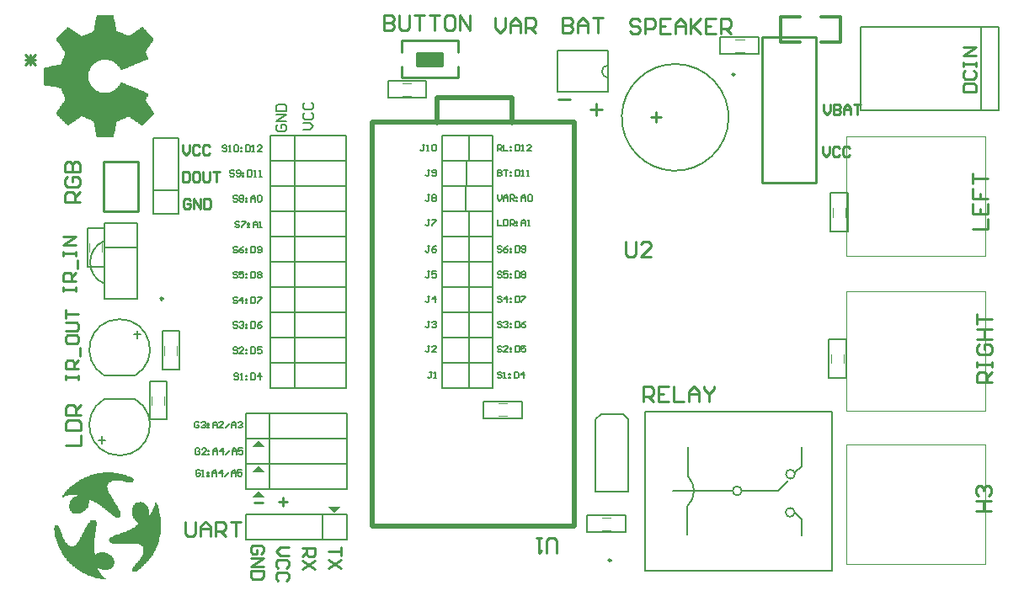
<source format=gto>
G04 Layer_Color=65535*
%FSTAX24Y24*%
%MOIN*%
G70*
G01*
G75*
%ADD24C,0.0100*%
%ADD26C,0.0197*%
%ADD52C,0.0098*%
%ADD53C,0.0070*%
%ADD54C,0.0080*%
%ADD55C,0.0079*%
%ADD56C,0.0120*%
%ADD57C,0.0040*%
%ADD58C,0.0050*%
%ADD59C,0.0020*%
%ADD60C,0.0039*%
%ADD61R,0.1000X0.0500*%
G36*
X041745Y025151D02*
X041245D01*
X041495Y025401D01*
X041745Y025151D01*
D02*
G37*
G36*
X044485Y024521D02*
X044235Y024771D01*
X044735D01*
X044485Y024521D01*
D02*
G37*
G36*
X041735Y027151D02*
X041235D01*
X041485Y027401D01*
X041735Y027151D01*
D02*
G37*
G36*
X041745Y026151D02*
X041245D01*
X041495Y026401D01*
X041745Y026151D01*
D02*
G37*
D24*
X04939Y04176D02*
Y04221D01*
Y04277D02*
Y04322D01*
X04717D02*
X04939D01*
X04717Y04176D02*
X04939D01*
X04778Y04224D02*
X04878D01*
X04778D02*
Y04274D01*
X04878D01*
Y04224D02*
Y04274D01*
X04717Y04176D02*
Y04221D01*
Y04277D02*
Y04322D01*
X061425Y037612D02*
Y043362D01*
Y037612D02*
X063575D01*
Y043362D01*
X061425D02*
X063575D01*
X036732Y036457D02*
Y038425D01*
X035354Y036457D02*
X036732D01*
X035354D02*
Y038425D01*
X036732D01*
X069775Y035781D02*
X070375D01*
Y036181D01*
X069775Y03678D02*
Y03638D01*
X070375D01*
Y03678D01*
X070075Y03638D02*
Y03658D01*
X069775Y03738D02*
Y03698D01*
X070075D01*
Y03718D01*
Y03698D01*
X070375D01*
X069775Y03758D02*
Y03798D01*
Y03778D01*
X070375D01*
X070515Y029701D02*
X069915D01*
Y030001D01*
X070015Y030101D01*
X070215D01*
X070315Y030001D01*
Y029701D01*
Y029901D02*
X070515Y030101D01*
X069915Y0303D02*
Y0305D01*
Y0304D01*
X070515D01*
Y0303D01*
Y0305D01*
X070015Y0312D02*
X069915Y0311D01*
Y0309D01*
X070015Y0308D01*
X070415D01*
X070515Y0309D01*
Y0311D01*
X070415Y0312D01*
X070215D01*
Y031D01*
X069915Y0314D02*
X070515D01*
X070215D01*
Y0318D01*
X069915D01*
X070515D01*
X069915Y032D02*
Y0324D01*
Y0322D01*
X070515D01*
X069906Y024597D02*
X070506D01*
X070206D01*
Y024997D01*
X069906D01*
X070506D01*
X070006Y025197D02*
X069906Y025297D01*
Y025497D01*
X070006Y025597D01*
X070106D01*
X070206Y025497D01*
Y025397D01*
Y025497D01*
X070306Y025597D01*
X070406D01*
X070506Y025497D01*
Y025297D01*
X070406Y025197D01*
X03228Y04266D02*
X03268Y04226D01*
X03228D02*
X03268Y04266D01*
X03228Y04246D02*
X03268D01*
X03248Y04226D02*
Y04266D01*
X046475Y04422D02*
Y043621D01*
X046775D01*
X046875Y043721D01*
Y043821D01*
X046775Y043921D01*
X046475D01*
X046775D01*
X046875Y044021D01*
Y04412D01*
X046775Y04422D01*
X046475D01*
X047075D02*
Y043721D01*
X047175Y043621D01*
X047375D01*
X047475Y043721D01*
Y04422D01*
X047675D02*
X048074D01*
X047875D01*
Y043621D01*
X048274Y04422D02*
X048674D01*
X048474D01*
Y043621D01*
X049174Y04422D02*
X048974D01*
X048874Y04412D01*
Y043721D01*
X048974Y043621D01*
X049174D01*
X049274Y043721D01*
Y04412D01*
X049174Y04422D01*
X049474Y043621D02*
Y04422D01*
X049874Y043621D01*
Y04422D01*
X03387Y02721D02*
X03447D01*
Y02761D01*
X03387Y02781D02*
X03447D01*
Y02811D01*
X03437Y02821D01*
X03397D01*
X03387Y02811D01*
Y02781D01*
X03447Y02841D02*
X03387D01*
Y02871D01*
X03397Y028809D01*
X03417D01*
X03427Y02871D01*
Y02841D01*
Y02861D02*
X03447Y028809D01*
X033765Y033291D02*
Y033457D01*
Y033374D01*
X034265D01*
Y033291D01*
Y033457D01*
Y033707D02*
X033765D01*
Y033957D01*
X033848Y03404D01*
X034015D01*
X034098Y033957D01*
Y033707D01*
Y033874D02*
X034265Y03404D01*
X034348Y034207D02*
Y03454D01*
X033765Y034707D02*
Y034873D01*
Y03479D01*
X034265D01*
Y034707D01*
Y034873D01*
Y035123D02*
X033765D01*
X034265Y035457D01*
X033765D01*
X069385Y041211D02*
X069885D01*
Y041461D01*
X069802Y041544D01*
X069468D01*
X069385Y041461D01*
Y041211D01*
X069468Y042044D02*
X069385Y04196D01*
Y041794D01*
X069468Y04171D01*
X069802D01*
X069885Y041794D01*
Y04196D01*
X069802Y042044D01*
X069385Y04221D02*
Y042377D01*
Y042294D01*
X069885D01*
Y04221D01*
Y042377D01*
Y042627D02*
X069385D01*
X069885Y04296D01*
X069385D01*
X038605Y024185D02*
Y023686D01*
X038705Y023586D01*
X038905D01*
X039005Y023686D01*
Y024185D01*
X039205Y023586D02*
Y023986D01*
X039405Y024185D01*
X039605Y023986D01*
Y023586D01*
Y023886D01*
X039205D01*
X039805Y023586D02*
Y024185D01*
X040105D01*
X040204Y024085D01*
Y023886D01*
X040105Y023786D01*
X039805D01*
X040005D02*
X040204Y023586D01*
X040404Y024185D02*
X040804D01*
X040604D01*
Y023586D01*
X033865Y029811D02*
Y029977D01*
Y029894D01*
X034365D01*
Y029811D01*
Y029977D01*
Y030227D02*
X033865D01*
Y030477D01*
X033948Y03056D01*
X034115D01*
X034198Y030477D01*
Y030227D01*
Y030394D02*
X034365Y03056D01*
X034448Y030727D02*
Y03106D01*
X033865Y031477D02*
Y03131D01*
X033948Y031227D01*
X034282D01*
X034365Y03131D01*
Y031477D01*
X034282Y03156D01*
X033948D01*
X033865Y031477D01*
Y031727D02*
X034282D01*
X034365Y03181D01*
Y031977D01*
X034282Y03206D01*
X033865D01*
Y032227D02*
Y03256D01*
Y032393D01*
X034365D01*
X034435Y036841D02*
X033835D01*
Y037141D01*
X033935Y037241D01*
X034135D01*
X034235Y037141D01*
Y036841D01*
Y037041D02*
X034435Y037241D01*
X033935Y03784D02*
X033835Y03774D01*
Y03754D01*
X033935Y03744D01*
X034335D01*
X034435Y03754D01*
Y03774D01*
X034335Y03784D01*
X034135D01*
Y03764D01*
X033835Y03804D02*
X034435D01*
Y03834D01*
X034335Y03844D01*
X034235D01*
X034135Y03834D01*
Y03804D01*
Y03834D01*
X034035Y03844D01*
X033935D01*
X033835Y03834D01*
Y03804D01*
X056605Y044D02*
X056505Y0441D01*
X056305D01*
X056205Y044D01*
Y0439D01*
X056305Y043801D01*
X056505D01*
X056605Y043701D01*
Y043601D01*
X056505Y043501D01*
X056305D01*
X056205Y043601D01*
X056805Y043501D02*
Y0441D01*
X057105D01*
X057205Y044D01*
Y043801D01*
X057105Y043701D01*
X056805D01*
X057804Y0441D02*
X057405D01*
Y043501D01*
X057804D01*
X057405Y043801D02*
X057605D01*
X058004Y043501D02*
Y0439D01*
X058204Y0441D01*
X058404Y0439D01*
Y043501D01*
Y043801D01*
X058004D01*
X058604Y0441D02*
Y043501D01*
Y043701D01*
X059004Y0441D01*
X058704Y043801D01*
X059004Y043501D01*
X059604Y0441D02*
X059204D01*
Y043501D01*
X059604D01*
X059204Y043801D02*
X059404D01*
X059804Y043501D02*
Y0441D01*
X060104D01*
X060204Y044D01*
Y043801D01*
X060104Y043701D01*
X059804D01*
X060004D02*
X060204Y043501D01*
X053535Y04413D02*
Y043531D01*
X053835D01*
X053935Y043631D01*
Y043731D01*
X053835Y043831D01*
X053535D01*
X053835D01*
X053935Y043931D01*
Y04403D01*
X053835Y04413D01*
X053535D01*
X054135Y043531D02*
Y043931D01*
X054335Y04413D01*
X054535Y043931D01*
Y043531D01*
Y043831D01*
X054135D01*
X054735Y04413D02*
X055134D01*
X054935D01*
Y043531D01*
X05674Y02892D02*
Y02952D01*
X05704D01*
X05714Y02942D01*
Y02922D01*
X05704Y02912D01*
X05674D01*
X05694D02*
X05714Y02892D01*
X05774Y02952D02*
X05734D01*
Y02892D01*
X05774D01*
X05734Y02922D02*
X05754D01*
X05794Y02952D02*
Y02892D01*
X058339D01*
X058539D02*
Y02932D01*
X058739Y02952D01*
X058939Y02932D01*
Y02892D01*
Y02922D01*
X058539D01*
X059139Y02952D02*
Y02942D01*
X059339Y02922D01*
X059539Y02942D01*
Y02952D01*
X059339Y02922D02*
Y02892D01*
X050875Y04413D02*
Y043731D01*
X051075Y043531D01*
X051275Y043731D01*
Y04413D01*
X051475Y043531D02*
Y043931D01*
X051675Y04413D01*
X051875Y043931D01*
Y043531D01*
Y043831D01*
X051475D01*
X052075Y043531D02*
Y04413D01*
X052375D01*
X052474Y04403D01*
Y043831D01*
X052375Y043731D01*
X052075D01*
X052275D02*
X052474Y043531D01*
X053307Y022943D02*
Y023443D01*
X053207Y023543D01*
X053007D01*
X052907Y023443D01*
Y022943D01*
X052707Y023543D02*
X052507D01*
X052607D01*
Y022943D01*
X052707Y023043D01*
X056024Y035285D02*
Y034785D01*
X056124Y034685D01*
X056324D01*
X056423Y034785D01*
Y035285D01*
X057023Y034685D02*
X056623D01*
X057023Y035085D01*
Y035185D01*
X056923Y035285D01*
X056723D01*
X056623Y035185D01*
X06386Y04069D02*
Y040423D01*
X063993Y04029D01*
X064127Y040423D01*
Y04069D01*
X06426D02*
Y04029D01*
X06446D01*
X064526Y040357D01*
Y040423D01*
X06446Y04049D01*
X06426D01*
X06446D01*
X064526Y040557D01*
Y040623D01*
X06446Y04069D01*
X06426D01*
X06466Y04029D02*
Y040557D01*
X064793Y04069D01*
X064926Y040557D01*
Y04029D01*
Y04049D01*
X06466D01*
X06506Y04069D02*
X065326D01*
X065193D01*
Y04029D01*
X06383Y03903D02*
Y038763D01*
X063963Y03863D01*
X064097Y038763D01*
Y03903D01*
X064496Y038963D02*
X06443Y03903D01*
X064297D01*
X06423Y038963D01*
Y038697D01*
X064297Y03863D01*
X06443D01*
X064496Y038697D01*
X064896Y038963D02*
X06483Y03903D01*
X064696D01*
X06463Y038963D01*
Y038697D01*
X064696Y03863D01*
X06483D01*
X064896Y038697D01*
X038495Y03804D02*
Y037641D01*
X038695D01*
X038762Y037707D01*
Y037974D01*
X038695Y03804D01*
X038495D01*
X039095D02*
X038962D01*
X038895Y037974D01*
Y037707D01*
X038962Y037641D01*
X039095D01*
X039161Y037707D01*
Y037974D01*
X039095Y03804D01*
X039295D02*
Y037707D01*
X039361Y037641D01*
X039495D01*
X039561Y037707D01*
Y03804D01*
X039695D02*
X039961D01*
X039828D01*
Y037641D01*
X038812Y036904D02*
X038745Y036971D01*
X038612D01*
X038545Y036904D01*
Y036637D01*
X038612Y036571D01*
X038745D01*
X038812Y036637D01*
Y036771D01*
X038678D01*
X038945Y036571D02*
Y036971D01*
X039211Y036571D01*
Y036971D01*
X039345D02*
Y036571D01*
X039545D01*
X039611Y036637D01*
Y036904D01*
X039545Y036971D01*
X039345D01*
X038495Y0391D02*
Y038834D01*
X038628Y038701D01*
X038762Y038834D01*
Y0391D01*
X039161Y039034D02*
X039095Y0391D01*
X038962D01*
X038895Y039034D01*
Y038767D01*
X038962Y038701D01*
X039095D01*
X039161Y038767D01*
X039561Y039034D02*
X039495Y0391D01*
X039361D01*
X039295Y039034D01*
Y038767D01*
X039361Y038701D01*
X039495D01*
X039561Y038767D01*
X057043Y040212D02*
X057443D01*
X057243Y040412D02*
Y040012D01*
X05463Y04051D02*
X055097D01*
X054863Y040743D02*
Y040277D01*
X05335Y0409D02*
X053817D01*
X042305Y024981D02*
X042638D01*
X042472Y025147D02*
Y024814D01*
X041325Y024951D02*
X041658D01*
X044755Y023161D02*
Y022827D01*
Y022994D01*
X044255D01*
X044755Y022661D02*
X044255Y022328D01*
X044755D02*
X044255Y022661D01*
X043235Y023131D02*
X043735D01*
Y022881D01*
X043652Y022797D01*
X043485D01*
X043402Y022881D01*
Y023131D01*
Y022964D02*
X043235Y022797D01*
X043735Y022631D02*
X043235Y022298D01*
X043735D02*
X043235Y022631D01*
X042695Y023181D02*
X042362D01*
X042195Y023014D01*
X042362Y022847D01*
X042695D01*
X042612Y022348D02*
X042695Y022431D01*
Y022597D01*
X042612Y022681D01*
X042278D01*
X042195Y022597D01*
Y022431D01*
X042278Y022348D01*
X042612Y021848D02*
X042695Y021931D01*
Y022098D01*
X042612Y022181D01*
X042278D01*
X042195Y022098D01*
Y021931D01*
X042278Y021848D01*
X041612Y022907D02*
X041695Y022991D01*
Y023157D01*
X041612Y023241D01*
X041278D01*
X041195Y023157D01*
Y022991D01*
X041278Y022907D01*
X041445D01*
Y023074D01*
X041195Y022741D02*
X041695D01*
X041195Y022408D01*
X041695D01*
Y022241D02*
X041195D01*
Y021991D01*
X041278Y021908D01*
X041612D01*
X041695Y021991D01*
Y022241D01*
D26*
X051528Y039984D02*
Y040968D01*
X048575D02*
X051528D01*
X048575Y039984D02*
Y040968D01*
X046Y024D02*
Y04D01*
Y024D02*
X054D01*
X046Y04D02*
X054D01*
Y024D02*
Y04D01*
D52*
X037718Y03301D02*
G03*
X037718Y03301I-000049J0D01*
G01*
X060344Y041893D02*
G03*
X060344Y041893I-000049J0D01*
G01*
X055449Y022649D02*
G03*
X055449Y022649I-000049J0D01*
G01*
D53*
X036607Y029965D02*
G03*
X0354Y029961I-000607J001035D01*
G01*
X0354Y0353D02*
G03*
X0354Y0336I00035J-00085D01*
G01*
X035393Y029035D02*
G03*
X0366Y029039I000607J-001035D01*
G01*
X05849Y02481D02*
G03*
X0585Y02597I-000575J000585D01*
G01*
X06062Y0254D02*
G03*
X06062Y0254I-000178J0D01*
G01*
X06273Y02606D02*
G03*
X06273Y02606I-000178J0D01*
G01*
X06272Y02455D02*
G03*
X06272Y02455I-000178J0D01*
G01*
X041975Y035461D02*
X044975D01*
X041975D02*
Y036461D01*
X044975D01*
Y035461D02*
Y036461D01*
X042925Y035461D02*
Y036451D01*
X038335Y036364D02*
Y039364D01*
X037335Y036364D02*
X038335D01*
X037335D02*
Y039364D01*
X038335D01*
X037345Y037314D02*
X038335D01*
X048775Y030461D02*
X050775D01*
Y029461D02*
Y030461D01*
X048775Y029461D02*
X050775D01*
X048775D02*
Y030461D01*
X049825Y029471D02*
Y030461D01*
X048775Y031461D02*
X050775D01*
Y030461D02*
Y031461D01*
X048775Y030461D02*
X050775D01*
X048775D02*
Y031461D01*
X049825Y030471D02*
Y031461D01*
X048765Y032461D02*
X050765D01*
Y031461D02*
Y032461D01*
X048765Y031461D02*
X050765D01*
X048765D02*
Y032461D01*
X049815Y031471D02*
Y032461D01*
X048775Y033461D02*
X050775D01*
Y032461D02*
Y033461D01*
X048775Y032461D02*
X050775D01*
X048775D02*
Y033461D01*
X049825Y032471D02*
Y033461D01*
X048755Y036461D02*
X050755D01*
X048755D02*
Y037461D01*
X050755D01*
Y036461D02*
Y037461D01*
X049705Y036461D02*
Y037451D01*
X048765Y037461D02*
X050765D01*
X048765D02*
Y038461D01*
X050765D01*
Y037461D02*
Y038461D01*
X049715Y037461D02*
Y038451D01*
X048775Y039461D02*
X050775D01*
Y038461D02*
Y039461D01*
X048775Y038461D02*
X050775D01*
X048775D02*
Y039461D01*
X049825Y038471D02*
Y039461D01*
X048765Y034461D02*
X050765D01*
Y033461D02*
Y034461D01*
X048765Y033461D02*
X050765D01*
X048765D02*
Y034461D01*
X049815Y033471D02*
Y034461D01*
X048765Y036461D02*
X050765D01*
Y035461D02*
Y036461D01*
X048765Y035461D02*
X050765D01*
X048765D02*
Y036461D01*
X049815Y035471D02*
Y036461D01*
X048775Y035461D02*
X050775D01*
Y034461D02*
Y035461D01*
X048775Y034461D02*
X050775D01*
X048775D02*
Y035461D01*
X049825Y034471D02*
Y035461D01*
X040985Y024461D02*
X044985D01*
Y023461D02*
Y024461D01*
X040985Y023461D02*
X044985D01*
X040985D02*
Y024461D01*
X044035Y023471D02*
Y024461D01*
X03669Y03144D02*
Y03174D01*
X03656Y03159D02*
X03684D01*
X03541Y02996D02*
X0366D01*
X0354Y033D02*
Y036D01*
X0367D01*
Y033D02*
Y036D01*
X0354Y033D02*
X0367D01*
X0354Y03505D02*
X0367D01*
X070795Y040469D02*
Y043769D01*
X065345Y040469D02*
Y043769D01*
Y040469D02*
X070795D01*
X065345Y043769D02*
X070795D01*
X070095Y040469D02*
Y043769D01*
X0354Y02904D02*
X03659D01*
X03516Y02741D02*
X03544D01*
X03531Y02726D02*
Y02756D01*
X05849Y02598D02*
Y02712D01*
X05848Y02367D02*
Y0248D01*
X06207Y0254D02*
X06246Y02579D01*
X06064Y0254D02*
X06207D01*
X06272Y02455D02*
X06299Y02428D01*
Y02362D02*
Y02428D01*
X06273Y02612D02*
X06299Y02638D01*
Y02714D01*
X0568Y02855D02*
X0642D01*
X0568Y02225D02*
X0642D01*
X0568D02*
Y02855D01*
X0642Y02225D02*
Y02855D01*
X05791Y02539D02*
X06024D01*
X041975Y036461D02*
X044975D01*
X041975D02*
Y037461D01*
X044975D01*
Y036461D02*
Y037461D01*
X042925Y036461D02*
Y037451D01*
X041975Y037461D02*
X044975D01*
X041975D02*
Y038461D01*
X044975D01*
Y037461D02*
Y038461D01*
X042925Y037461D02*
Y038451D01*
X041975Y038461D02*
X044975D01*
X041975D02*
Y039461D01*
X044975D01*
Y038461D02*
Y039461D01*
X042925Y038461D02*
Y039451D01*
X041975Y034461D02*
X044975D01*
X041975D02*
Y035461D01*
X044975D01*
Y034461D02*
Y035461D01*
X042925Y034461D02*
Y035451D01*
X041975Y033461D02*
X044975D01*
X041975D02*
Y034461D01*
X044975D01*
Y033461D02*
Y034461D01*
X042925Y033461D02*
Y034451D01*
X041975Y032461D02*
X044975D01*
X041975D02*
Y033461D01*
X044975D01*
Y032461D02*
Y033461D01*
X042925Y032461D02*
Y033451D01*
X041975Y031461D02*
X044975D01*
X041975D02*
Y032461D01*
X044975D01*
Y031461D02*
Y032461D01*
X042925Y031461D02*
Y032451D01*
X041975Y030461D02*
X044975D01*
X041975D02*
Y031461D01*
X044975D01*
Y030461D02*
Y031461D01*
X042925Y030461D02*
Y031451D01*
X041975Y029461D02*
X044975D01*
X041975D02*
Y030461D01*
X044975D01*
Y029461D02*
Y030461D01*
X042925Y029461D02*
Y030451D01*
X040995Y025461D02*
X044995D01*
X040995D02*
Y026461D01*
X044995D01*
Y025461D02*
Y026461D01*
X041945Y025461D02*
Y026451D01*
X040995Y026461D02*
X044995D01*
X040995D02*
Y027461D01*
X044995D01*
Y026461D02*
Y027461D01*
X041945Y026461D02*
Y027451D01*
X040985Y027461D02*
X044985D01*
X040985D02*
Y028461D01*
X044985D01*
Y027461D02*
Y028461D01*
X041935Y027461D02*
Y028451D01*
D54*
X059529Y041637D02*
G03*
X059543Y041622I-001539J-001448D01*
G01*
X043255Y039691D02*
X043522D01*
X043655Y039824D01*
X043522Y039957D01*
X043255D01*
X043322Y040357D02*
X043255Y04029D01*
Y040157D01*
X043322Y04009D01*
X043588D01*
X043655Y040157D01*
Y04029D01*
X043588Y040357D01*
X043322Y040757D02*
X043255Y04069D01*
Y040557D01*
X043322Y04049D01*
X043588D01*
X043655Y040557D01*
Y04069D01*
X043588Y040757D01*
X042252Y039917D02*
X042185Y039851D01*
Y039717D01*
X042252Y039651D01*
X042518D01*
X042585Y039717D01*
Y039851D01*
X042518Y039917D01*
X042385D01*
Y039784D01*
X042585Y040051D02*
X042185D01*
X042585Y040317D01*
X042185D01*
Y04045D02*
X042585D01*
Y04065D01*
X042518Y040717D01*
X042252D01*
X042185Y04065D01*
Y04045D01*
D55*
X055343Y042258D02*
G03*
X055343Y041758I0J-00025D01*
G01*
X055055Y02845D02*
X05548D01*
X05483Y025379D02*
Y028225D01*
Y025379D02*
X05613D01*
Y028235D01*
X05548Y02845D02*
X055915D01*
X05613Y028235D01*
X05483Y028225D02*
X055055Y02845D01*
X055343Y041187D02*
Y042258D01*
Y041758D02*
Y042829D01*
X053343D02*
X055343D01*
X053343Y041187D02*
Y042829D01*
Y041187D02*
X055343D01*
D56*
X063765Y043161D02*
X064515D01*
X063765Y044161D02*
X064515D01*
X062165D02*
X062915D01*
X062165Y043161D02*
X062915D01*
X064515D02*
Y044161D01*
X062165Y043161D02*
Y044161D01*
D57*
X047205Y041041D02*
X047545D01*
X047205Y041541D02*
X047545D01*
X060381Y043281D02*
X060721D01*
X060381Y042782D02*
X060721D01*
X064159Y03046D02*
Y0308D01*
X064659Y03046D02*
Y0308D01*
X064738Y036247D02*
Y036587D01*
X064238Y036247D02*
Y036587D01*
X03778Y02881D02*
Y02915D01*
X03728Y02881D02*
Y02915D01*
X038275Y030781D02*
Y031121D01*
X037775Y030781D02*
Y031121D01*
X0348Y03487D02*
Y03521D01*
X0353Y03487D02*
Y03521D01*
X055106Y024344D02*
X055446D01*
X055106Y023844D02*
X055446D01*
X051005Y028861D02*
X051345D01*
X051005Y028361D02*
X051345D01*
D58*
X046615Y041631D02*
X048145D01*
X046615Y040961D02*
Y041631D01*
Y040961D02*
X048145D01*
Y041631D01*
X059781Y042691D02*
X061311D01*
Y043362D01*
X059781D02*
X061311D01*
X059781Y042691D02*
Y043362D01*
X064749Y02986D02*
Y03139D01*
X064079D02*
X064749D01*
X064079Y02986D02*
Y03139D01*
Y02986D02*
X064749D01*
X064148Y035657D02*
Y037187D01*
Y035657D02*
X064818D01*
Y037187D01*
X064148D02*
X064818D01*
X03719Y02822D02*
Y02975D01*
Y02822D02*
X03786D01*
Y02975D01*
X03719D02*
X03786D01*
X037685Y030191D02*
Y031721D01*
Y030191D02*
X038355D01*
Y031721D01*
X037685D02*
X038355D01*
X03539Y03427D02*
Y0358D01*
X03472D02*
X03539D01*
X03472Y03427D02*
Y0358D01*
Y03427D02*
X03539D01*
X054506Y023754D02*
X056036D01*
Y024424D01*
X054506D02*
X056036D01*
X054506Y023754D02*
Y024424D01*
X050405Y028271D02*
X051935D01*
Y028941D01*
X050405D02*
X051935D01*
X050405Y028271D02*
Y028941D01*
X040745Y036029D02*
X040703Y036071D01*
X04062D01*
X040578Y036029D01*
Y035987D01*
X04062Y035946D01*
X040703D01*
X040745Y035904D01*
Y035862D01*
X040703Y035821D01*
X04062D01*
X040578Y035862D01*
X040828Y036071D02*
X040995D01*
Y036029D01*
X040828Y035862D01*
Y035821D01*
X041078Y035987D02*
X04112D01*
Y035946D01*
X041078D01*
Y035987D01*
Y035862D02*
X04112D01*
Y035821D01*
X041078D01*
Y035862D01*
X041286Y035821D02*
Y035987D01*
X04137Y036071D01*
X041453Y035987D01*
Y035821D01*
Y035946D01*
X041286D01*
X041536Y035821D02*
X04162D01*
X041578D01*
Y036071D01*
X041536Y036029D01*
X048363Y030111D02*
X04828D01*
X048322D01*
Y029902D01*
X04828Y029861D01*
X048238D01*
X048197Y029902D01*
X048446Y029861D02*
X04853D01*
X048488D01*
Y030111D01*
X048446Y030069D01*
X04828Y038111D02*
X048197D01*
X048238D01*
Y037902D01*
X048197Y037861D01*
X048155D01*
X048113Y037902D01*
X048363D02*
X048405Y037861D01*
X048488D01*
X04853Y037902D01*
Y038069D01*
X048488Y038111D01*
X048405D01*
X048363Y038069D01*
Y038027D01*
X048405Y037986D01*
X04853D01*
X048072Y039111D02*
X047988D01*
X04803D01*
Y038902D01*
X047988Y038861D01*
X047947D01*
X047905Y038902D01*
X048155Y038861D02*
X048238D01*
X048197D01*
Y039111D01*
X048155Y039069D01*
X048363D02*
X048405Y039111D01*
X048488D01*
X04853Y039069D01*
Y038902D01*
X048488Y038861D01*
X048405D01*
X048363Y038902D01*
Y039069D01*
X04828Y036141D02*
X048197D01*
X048238D01*
Y035932D01*
X048197Y035891D01*
X048155D01*
X048113Y035932D01*
X048363Y036141D02*
X04853D01*
Y036099D01*
X048363Y035932D01*
Y035891D01*
X04828Y037121D02*
X048197D01*
X048238D01*
Y036912D01*
X048197Y036871D01*
X048155D01*
X048113Y036912D01*
X048363Y037079D02*
X048405Y037121D01*
X048488D01*
X04853Y037079D01*
Y037037D01*
X048488Y036996D01*
X04853Y036954D01*
Y036912D01*
X048488Y036871D01*
X048405D01*
X048363Y036912D01*
Y036954D01*
X048405Y036996D01*
X048363Y037037D01*
Y037079D01*
X048405Y036996D02*
X048488D01*
X04828Y034091D02*
X048197D01*
X048238D01*
Y033882D01*
X048197Y033841D01*
X048155D01*
X048113Y033882D01*
X04853Y034091D02*
X048363D01*
Y033966D01*
X048446Y034007D01*
X048488D01*
X04853Y033966D01*
Y033882D01*
X048488Y033841D01*
X048405D01*
X048363Y033882D01*
X04828Y033111D02*
X048197D01*
X048238D01*
Y032902D01*
X048197Y032861D01*
X048155D01*
X048113Y032902D01*
X048488Y032861D02*
Y033111D01*
X048363Y032986D01*
X04853D01*
X04828Y035101D02*
X048197D01*
X048238D01*
Y034892D01*
X048197Y034851D01*
X048155D01*
X048113Y034892D01*
X04853Y035101D02*
X048446Y035059D01*
X048363Y034976D01*
Y034892D01*
X048405Y034851D01*
X048488D01*
X04853Y034892D01*
Y034934D01*
X048488Y034976D01*
X048363D01*
X04828Y032111D02*
X048197D01*
X048238D01*
Y031902D01*
X048197Y031861D01*
X048155D01*
X048113Y031902D01*
X048363Y032069D02*
X048405Y032111D01*
X048488D01*
X04853Y032069D01*
Y032027D01*
X048488Y031986D01*
X048446D01*
X048488D01*
X04853Y031944D01*
Y031902D01*
X048488Y031861D01*
X048405D01*
X048363Y031902D01*
X04828Y031141D02*
X048197D01*
X048238D01*
Y030932D01*
X048197Y030891D01*
X048155D01*
X048113Y030932D01*
X04853Y030891D02*
X048363D01*
X04853Y031057D01*
Y031099D01*
X048488Y031141D01*
X048405D01*
X048363Y031099D01*
X040703Y030019D02*
X040662Y030061D01*
X040578D01*
X040537Y030019D01*
Y029977D01*
X040578Y029936D01*
X040662D01*
X040703Y029894D01*
Y029852D01*
X040662Y029811D01*
X040578D01*
X040537Y029852D01*
X040787Y029811D02*
X04087D01*
X040828D01*
Y030061D01*
X040787Y030019D01*
X040995Y029977D02*
X041036D01*
Y029936D01*
X040995D01*
Y029977D01*
Y029852D02*
X041036D01*
Y029811D01*
X040995D01*
Y029852D01*
X041203Y030061D02*
Y029811D01*
X041328D01*
X04137Y029852D01*
Y030019D01*
X041328Y030061D01*
X041203D01*
X041578Y029811D02*
Y030061D01*
X041453Y029936D01*
X04162D01*
X040662Y035034D02*
X04062Y035076D01*
X040537D01*
X040495Y035034D01*
Y034992D01*
X040537Y034951D01*
X04062D01*
X040662Y034909D01*
Y034867D01*
X04062Y034826D01*
X040537D01*
X040495Y034867D01*
X040912Y035076D02*
X040828Y035034D01*
X040745Y034951D01*
Y034867D01*
X040787Y034826D01*
X04087D01*
X040912Y034867D01*
Y034909D01*
X04087Y034951D01*
X040745D01*
X040995Y034992D02*
X041036D01*
Y034951D01*
X040995D01*
Y034992D01*
Y034867D02*
X041036D01*
Y034826D01*
X040995D01*
Y034867D01*
X041203Y035076D02*
Y034826D01*
X041328D01*
X04137Y034867D01*
Y035034D01*
X041328Y035076D01*
X041203D01*
X041453Y034867D02*
X041495Y034826D01*
X041578D01*
X04162Y034867D01*
Y035034D01*
X041578Y035076D01*
X041495D01*
X041453Y035034D01*
Y034992D01*
X041495Y034951D01*
X04162D01*
X040662Y033029D02*
X04062Y033071D01*
X040537D01*
X040495Y033029D01*
Y032987D01*
X040537Y032946D01*
X04062D01*
X040662Y032904D01*
Y032862D01*
X04062Y032821D01*
X040537D01*
X040495Y032862D01*
X04087Y032821D02*
Y033071D01*
X040745Y032946D01*
X040912D01*
X040995Y032987D02*
X041036D01*
Y032946D01*
X040995D01*
Y032987D01*
Y032862D02*
X041036D01*
Y032821D01*
X040995D01*
Y032862D01*
X041203Y033071D02*
Y032821D01*
X041328D01*
X04137Y032862D01*
Y033029D01*
X041328Y033071D01*
X041203D01*
X041453D02*
X04162D01*
Y033029D01*
X041453Y032862D01*
Y032821D01*
X040662Y032059D02*
X04062Y032101D01*
X040537D01*
X040495Y032059D01*
Y032017D01*
X040537Y031976D01*
X04062D01*
X040662Y031934D01*
Y031892D01*
X04062Y031851D01*
X040537D01*
X040495Y031892D01*
X040745Y032059D02*
X040787Y032101D01*
X04087D01*
X040912Y032059D01*
Y032017D01*
X04087Y031976D01*
X040828D01*
X04087D01*
X040912Y031934D01*
Y031892D01*
X04087Y031851D01*
X040787D01*
X040745Y031892D01*
X040995Y032017D02*
X041036D01*
Y031976D01*
X040995D01*
Y032017D01*
Y031892D02*
X041036D01*
Y031851D01*
X040995D01*
Y031892D01*
X041203Y032101D02*
Y031851D01*
X041328D01*
X04137Y031892D01*
Y032059D01*
X041328Y032101D01*
X041203D01*
X04162D02*
X041536Y032059D01*
X041453Y031976D01*
Y031892D01*
X041495Y031851D01*
X041578D01*
X04162Y031892D01*
Y031934D01*
X041578Y031976D01*
X041453D01*
X040662Y031049D02*
X04062Y031091D01*
X040537D01*
X040495Y031049D01*
Y031007D01*
X040537Y030966D01*
X04062D01*
X040662Y030924D01*
Y030882D01*
X04062Y030841D01*
X040537D01*
X040495Y030882D01*
X040912Y030841D02*
X040745D01*
X040912Y031007D01*
Y031049D01*
X04087Y031091D01*
X040787D01*
X040745Y031049D01*
X040995Y031007D02*
X041036D01*
Y030966D01*
X040995D01*
Y031007D01*
Y030882D02*
X041036D01*
Y030841D01*
X040995D01*
Y030882D01*
X041203Y031091D02*
Y030841D01*
X041328D01*
X04137Y030882D01*
Y031049D01*
X041328Y031091D01*
X041203D01*
X04162D02*
X041453D01*
Y030966D01*
X041536Y031007D01*
X041578D01*
X04162Y030966D01*
Y030882D01*
X041578Y030841D01*
X041495D01*
X041453Y030882D01*
X040662Y037059D02*
X04062Y037101D01*
X040537D01*
X040495Y037059D01*
Y037017D01*
X040537Y036976D01*
X04062D01*
X040662Y036934D01*
Y036892D01*
X04062Y036851D01*
X040537D01*
X040495Y036892D01*
X040745Y037059D02*
X040787Y037101D01*
X04087D01*
X040912Y037059D01*
Y037017D01*
X04087Y036976D01*
X040912Y036934D01*
Y036892D01*
X04087Y036851D01*
X040787D01*
X040745Y036892D01*
Y036934D01*
X040787Y036976D01*
X040745Y037017D01*
Y037059D01*
X040787Y036976D02*
X04087D01*
X040995Y037017D02*
X041036D01*
Y036976D01*
X040995D01*
Y037017D01*
Y036892D02*
X041036D01*
Y036851D01*
X040995D01*
Y036892D01*
X041203Y036851D02*
Y037017D01*
X041286Y037101D01*
X04137Y037017D01*
Y036851D01*
Y036976D01*
X041203D01*
X041453Y037059D02*
X041495Y037101D01*
X041578D01*
X04162Y037059D01*
Y036892D01*
X041578Y036851D01*
X041495D01*
X041453Y036892D01*
Y037059D01*
X040245Y039049D02*
X040203Y039091D01*
X04012D01*
X040078Y039049D01*
Y039007D01*
X04012Y038966D01*
X040203D01*
X040245Y038924D01*
Y038882D01*
X040203Y038841D01*
X04012D01*
X040078Y038882D01*
X040328Y038841D02*
X040412D01*
X04037D01*
Y039091D01*
X040328Y039049D01*
X040537D02*
X040578Y039091D01*
X040662D01*
X040703Y039049D01*
Y038882D01*
X040662Y038841D01*
X040578D01*
X040537Y038882D01*
Y039049D01*
X040787Y039007D02*
X040828D01*
Y038966D01*
X040787D01*
Y039007D01*
Y038882D02*
X040828D01*
Y038841D01*
X040787D01*
Y038882D01*
X040995Y039091D02*
Y038841D01*
X04112D01*
X041161Y038882D01*
Y039049D01*
X04112Y039091D01*
X040995D01*
X041245Y038841D02*
X041328D01*
X041286D01*
Y039091D01*
X041245Y039049D01*
X04162Y038841D02*
X041453D01*
X04162Y039007D01*
Y039049D01*
X041578Y039091D01*
X041495D01*
X041453Y039049D01*
X040537Y038059D02*
X040495Y038101D01*
X040412D01*
X04037Y038059D01*
Y038017D01*
X040412Y037976D01*
X040495D01*
X040537Y037934D01*
Y037892D01*
X040495Y037851D01*
X040412D01*
X04037Y037892D01*
X04062D02*
X040662Y037851D01*
X040745D01*
X040787Y037892D01*
Y038059D01*
X040745Y038101D01*
X040662D01*
X04062Y038059D01*
Y038017D01*
X040662Y037976D01*
X040787D01*
X04087Y038017D02*
X040912D01*
Y037976D01*
X04087D01*
Y038017D01*
Y037892D02*
X040912D01*
Y037851D01*
X04087D01*
Y037892D01*
X041078Y038101D02*
Y037851D01*
X041203D01*
X041245Y037892D01*
Y038059D01*
X041203Y038101D01*
X041078D01*
X041328Y037851D02*
X041411D01*
X04137D01*
Y038101D01*
X041328Y038059D01*
X041536Y037851D02*
X04162D01*
X041578D01*
Y038101D01*
X041536Y038059D01*
X039167Y02705D02*
X039125Y027091D01*
X039042D01*
X039Y02705D01*
Y026883D01*
X039042Y026841D01*
X039125D01*
X039167Y026883D01*
Y026966D01*
X039083D01*
X039417Y026841D02*
X03925D01*
X039417Y027008D01*
Y02705D01*
X039375Y027091D01*
X039292D01*
X03925Y02705D01*
X0395Y027008D02*
X039541D01*
Y026966D01*
X0395D01*
Y027008D01*
Y026883D02*
X039541D01*
Y026841D01*
X0395D01*
Y026883D01*
X039708Y026841D02*
Y027008D01*
X039791Y027091D01*
X039875Y027008D01*
Y026841D01*
Y026966D01*
X039708D01*
X040083Y026841D02*
Y027091D01*
X039958Y026966D01*
X040125D01*
X040208Y026841D02*
X040375Y027008D01*
X040458Y026841D02*
Y027008D01*
X040541Y027091D01*
X040624Y027008D01*
Y026841D01*
Y026966D01*
X040458D01*
X040874Y027091D02*
X040708D01*
Y026966D01*
X040791Y027008D01*
X040833D01*
X040874Y026966D01*
Y026883D01*
X040833Y026841D01*
X040749D01*
X040708Y026883D01*
X039182Y026189D02*
X03914Y026231D01*
X039057D01*
X039015Y026189D01*
Y026022D01*
X039057Y025981D01*
X03914D01*
X039182Y026022D01*
Y026106D01*
X039098D01*
X039265Y025981D02*
X039348D01*
X039307D01*
Y026231D01*
X039265Y026189D01*
X039473Y026147D02*
X039515D01*
Y026106D01*
X039473D01*
Y026147D01*
Y026022D02*
X039515D01*
Y025981D01*
X039473D01*
Y026022D01*
X039681Y025981D02*
Y026147D01*
X039765Y026231D01*
X039848Y026147D01*
Y025981D01*
Y026106D01*
X039681D01*
X040056Y025981D02*
Y026231D01*
X039931Y026106D01*
X040098D01*
X040181Y025981D02*
X040348Y026147D01*
X040431Y025981D02*
Y026147D01*
X040515Y026231D01*
X040598Y026147D01*
Y025981D01*
Y026106D01*
X040431D01*
X040848Y026231D02*
X040681D01*
Y026106D01*
X040764Y026147D01*
X040806D01*
X040848Y026106D01*
Y026022D01*
X040806Y025981D01*
X040723D01*
X040681Y026022D01*
X039142Y028099D02*
X0391Y028141D01*
X039017D01*
X038975Y028099D01*
Y027932D01*
X039017Y027891D01*
X0391D01*
X039142Y027932D01*
Y028016D01*
X039058D01*
X039225Y028099D02*
X039267Y028141D01*
X03935D01*
X039392Y028099D01*
Y028057D01*
X03935Y028016D01*
X039308D01*
X03935D01*
X039392Y027974D01*
Y027932D01*
X03935Y027891D01*
X039267D01*
X039225Y027932D01*
X039475Y028057D02*
X039516D01*
Y028016D01*
X039475D01*
Y028057D01*
Y027932D02*
X039516D01*
Y027891D01*
X039475D01*
Y027932D01*
X039683Y027891D02*
Y028057D01*
X039766Y028141D01*
X03985Y028057D01*
Y027891D01*
Y028016D01*
X039683D01*
X0401Y027891D02*
X039933D01*
X0401Y028057D01*
Y028099D01*
X040058Y028141D01*
X039975D01*
X039933Y028099D01*
X040183Y027891D02*
X04035Y028057D01*
X040433Y027891D02*
Y028057D01*
X040516Y028141D01*
X040599Y028057D01*
Y027891D01*
Y028016D01*
X040433D01*
X040683Y028099D02*
X040724Y028141D01*
X040808D01*
X040849Y028099D01*
Y028057D01*
X040808Y028016D01*
X040766D01*
X040808D01*
X040849Y027974D01*
Y027932D01*
X040808Y027891D01*
X040724D01*
X040683Y027932D01*
X040662Y034039D02*
X04062Y034081D01*
X040537D01*
X040495Y034039D01*
Y033997D01*
X040537Y033956D01*
X04062D01*
X040662Y033914D01*
Y033872D01*
X04062Y033831D01*
X040537D01*
X040495Y033872D01*
X040912Y034081D02*
X040745D01*
Y033956D01*
X040828Y033997D01*
X04087D01*
X040912Y033956D01*
Y033872D01*
X04087Y033831D01*
X040787D01*
X040745Y033872D01*
X040995Y033997D02*
X041036D01*
Y033956D01*
X040995D01*
Y033997D01*
Y033872D02*
X041036D01*
Y033831D01*
X040995D01*
Y033872D01*
X041203Y034081D02*
Y033831D01*
X041328D01*
X04137Y033872D01*
Y034039D01*
X041328Y034081D01*
X041203D01*
X041453Y034039D02*
X041495Y034081D01*
X041578D01*
X04162Y034039D01*
Y033997D01*
X041578Y033956D01*
X04162Y033914D01*
Y033872D01*
X041578Y033831D01*
X041495D01*
X041453Y033872D01*
Y033914D01*
X041495Y033956D01*
X041453Y033997D01*
Y034039D01*
X041495Y033956D02*
X041578D01*
X051122Y030069D02*
X05108Y030111D01*
X050997D01*
X050955Y030069D01*
Y030027D01*
X050997Y029986D01*
X05108D01*
X051122Y029944D01*
Y029902D01*
X05108Y029861D01*
X050997D01*
X050955Y029902D01*
X051205Y029861D02*
X051288D01*
X051247D01*
Y030111D01*
X051205Y030069D01*
X051413Y030027D02*
X051455D01*
Y029986D01*
X051413D01*
Y030027D01*
Y029902D02*
X051455D01*
Y029861D01*
X051413D01*
Y029902D01*
X051621Y030111D02*
Y029861D01*
X051746D01*
X051788Y029902D01*
Y030069D01*
X051746Y030111D01*
X051621D01*
X051996Y029861D02*
Y030111D01*
X051871Y029986D01*
X052038D01*
X051122Y031099D02*
X05108Y031141D01*
X050997D01*
X050955Y031099D01*
Y031057D01*
X050997Y031016D01*
X05108D01*
X051122Y030974D01*
Y030932D01*
X05108Y030891D01*
X050997D01*
X050955Y030932D01*
X051372Y030891D02*
X051205D01*
X051372Y031057D01*
Y031099D01*
X05133Y031141D01*
X051247D01*
X051205Y031099D01*
X051455Y031057D02*
X051496D01*
Y031016D01*
X051455D01*
Y031057D01*
Y030932D02*
X051496D01*
Y030891D01*
X051455D01*
Y030932D01*
X051663Y031141D02*
Y030891D01*
X051788D01*
X05183Y030932D01*
Y031099D01*
X051788Y031141D01*
X051663D01*
X05208D02*
X051913D01*
Y031016D01*
X051996Y031057D01*
X052038D01*
X05208Y031016D01*
Y030932D01*
X052038Y030891D01*
X051955D01*
X051913Y030932D01*
X051122Y032069D02*
X05108Y032111D01*
X050997D01*
X050955Y032069D01*
Y032027D01*
X050997Y031986D01*
X05108D01*
X051122Y031944D01*
Y031902D01*
X05108Y031861D01*
X050997D01*
X050955Y031902D01*
X051205Y032069D02*
X051247Y032111D01*
X05133D01*
X051372Y032069D01*
Y032027D01*
X05133Y031986D01*
X051288D01*
X05133D01*
X051372Y031944D01*
Y031902D01*
X05133Y031861D01*
X051247D01*
X051205Y031902D01*
X051455Y032027D02*
X051496D01*
Y031986D01*
X051455D01*
Y032027D01*
Y031902D02*
X051496D01*
Y031861D01*
X051455D01*
Y031902D01*
X051663Y032111D02*
Y031861D01*
X051788D01*
X05183Y031902D01*
Y032069D01*
X051788Y032111D01*
X051663D01*
X05208D02*
X051996Y032069D01*
X051913Y031986D01*
Y031902D01*
X051955Y031861D01*
X052038D01*
X05208Y031902D01*
Y031944D01*
X052038Y031986D01*
X051913D01*
X051122Y033069D02*
X05108Y033111D01*
X050997D01*
X050955Y033069D01*
Y033027D01*
X050997Y032986D01*
X05108D01*
X051122Y032944D01*
Y032902D01*
X05108Y032861D01*
X050997D01*
X050955Y032902D01*
X05133Y032861D02*
Y033111D01*
X051205Y032986D01*
X051372D01*
X051455Y033027D02*
X051496D01*
Y032986D01*
X051455D01*
Y033027D01*
Y032902D02*
X051496D01*
Y032861D01*
X051455D01*
Y032902D01*
X051663Y033111D02*
Y032861D01*
X051788D01*
X05183Y032902D01*
Y033069D01*
X051788Y033111D01*
X051663D01*
X051913D02*
X05208D01*
Y033069D01*
X051913Y032902D01*
Y032861D01*
X051122Y034049D02*
X05108Y034091D01*
X050997D01*
X050955Y034049D01*
Y034007D01*
X050997Y033966D01*
X05108D01*
X051122Y033924D01*
Y033882D01*
X05108Y033841D01*
X050997D01*
X050955Y033882D01*
X051372Y034091D02*
X051205D01*
Y033966D01*
X051288Y034007D01*
X05133D01*
X051372Y033966D01*
Y033882D01*
X05133Y033841D01*
X051247D01*
X051205Y033882D01*
X051455Y034007D02*
X051496D01*
Y033966D01*
X051455D01*
Y034007D01*
Y033882D02*
X051496D01*
Y033841D01*
X051455D01*
Y033882D01*
X051663Y034091D02*
Y033841D01*
X051788D01*
X05183Y033882D01*
Y034049D01*
X051788Y034091D01*
X051663D01*
X051913Y034049D02*
X051955Y034091D01*
X052038D01*
X05208Y034049D01*
Y034007D01*
X052038Y033966D01*
X05208Y033924D01*
Y033882D01*
X052038Y033841D01*
X051955D01*
X051913Y033882D01*
Y033924D01*
X051955Y033966D01*
X051913Y034007D01*
Y034049D01*
X051955Y033966D02*
X052038D01*
X051122Y035059D02*
X05108Y035101D01*
X050997D01*
X050955Y035059D01*
Y035017D01*
X050997Y034976D01*
X05108D01*
X051122Y034934D01*
Y034892D01*
X05108Y034851D01*
X050997D01*
X050955Y034892D01*
X051372Y035101D02*
X051288Y035059D01*
X051205Y034976D01*
Y034892D01*
X051247Y034851D01*
X05133D01*
X051372Y034892D01*
Y034934D01*
X05133Y034976D01*
X051205D01*
X051455Y035017D02*
X051496D01*
Y034976D01*
X051455D01*
Y035017D01*
Y034892D02*
X051496D01*
Y034851D01*
X051455D01*
Y034892D01*
X051663Y035101D02*
Y034851D01*
X051788D01*
X05183Y034892D01*
Y035059D01*
X051788Y035101D01*
X051663D01*
X051913Y034892D02*
X051955Y034851D01*
X052038D01*
X05208Y034892D01*
Y035059D01*
X052038Y035101D01*
X051955D01*
X051913Y035059D01*
Y035017D01*
X051955Y034976D01*
X05208D01*
X050955Y036141D02*
Y035891D01*
X051122D01*
X051205Y036141D02*
Y035891D01*
X05133D01*
X051372Y035932D01*
Y036099D01*
X05133Y036141D01*
X051205D01*
X051455Y035891D02*
Y036141D01*
X05158D01*
X051621Y036099D01*
Y036016D01*
X05158Y035974D01*
X051455D01*
X051538D02*
X051621Y035891D01*
X051705Y036057D02*
X051746D01*
Y036016D01*
X051705D01*
Y036057D01*
Y035932D02*
X051746D01*
Y035891D01*
X051705D01*
Y035932D01*
X051913Y035891D02*
Y036057D01*
X051996Y036141D01*
X05208Y036057D01*
Y035891D01*
Y036016D01*
X051913D01*
X052163Y035891D02*
X052246D01*
X052205D01*
Y036141D01*
X052163Y036099D01*
X050955Y037121D02*
Y036954D01*
X051038Y036871D01*
X051122Y036954D01*
Y037121D01*
X051205Y036871D02*
Y037037D01*
X051288Y037121D01*
X051372Y037037D01*
Y036871D01*
Y036996D01*
X051205D01*
X051455Y036871D02*
Y037121D01*
X05158D01*
X051621Y037079D01*
Y036996D01*
X05158Y036954D01*
X051455D01*
X051538D02*
X051621Y036871D01*
X051705Y037037D02*
X051746D01*
Y036996D01*
X051705D01*
Y037037D01*
Y036912D02*
X051746D01*
Y036871D01*
X051705D01*
Y036912D01*
X051913Y036871D02*
Y037037D01*
X051996Y037121D01*
X05208Y037037D01*
Y036871D01*
Y036996D01*
X051913D01*
X052163Y037079D02*
X052205Y037121D01*
X052288D01*
X05233Y037079D01*
Y036912D01*
X052288Y036871D01*
X052205D01*
X052163Y036912D01*
Y037079D01*
X050955Y038111D02*
Y037861D01*
X05108D01*
X051122Y037902D01*
Y037944D01*
X05108Y037986D01*
X050955D01*
X05108D01*
X051122Y038027D01*
Y038069D01*
X05108Y038111D01*
X050955D01*
X051205D02*
X051372D01*
X051288D01*
Y037861D01*
X051455Y038027D02*
X051496D01*
Y037986D01*
X051455D01*
Y038027D01*
Y037902D02*
X051496D01*
Y037861D01*
X051455D01*
Y037902D01*
X051663Y038111D02*
Y037861D01*
X051788D01*
X05183Y037902D01*
Y038069D01*
X051788Y038111D01*
X051663D01*
X051913Y037861D02*
X051996D01*
X051955D01*
Y038111D01*
X051913Y038069D01*
X052121Y037861D02*
X052205D01*
X052163D01*
Y038111D01*
X052121Y038069D01*
X050955Y038861D02*
Y039111D01*
X05108D01*
X051122Y039069D01*
Y038986D01*
X05108Y038944D01*
X050955D01*
X051038D02*
X051122Y038861D01*
X051205Y039111D02*
Y038861D01*
X051372D01*
X051455Y039027D02*
X051496D01*
Y038986D01*
X051455D01*
Y039027D01*
Y038902D02*
X051496D01*
Y038861D01*
X051455D01*
Y038902D01*
X051663Y039111D02*
Y038861D01*
X051788D01*
X05183Y038902D01*
Y039069D01*
X051788Y039111D01*
X051663D01*
X051913Y038861D02*
X051996D01*
X051955D01*
Y039111D01*
X051913Y039069D01*
X052288Y038861D02*
X052121D01*
X052288Y039027D01*
Y039069D01*
X052246Y039111D01*
X052163D01*
X052121Y039069D01*
D59*
X035224Y021944D02*
X035424D01*
X035084Y021964D02*
X035364D01*
X035024Y021984D02*
X035344D01*
X034964Y022004D02*
X035324D01*
X034924Y022024D02*
X035304D01*
X034864Y022044D02*
X035304D01*
X034784Y022064D02*
X035264D01*
X034724Y022084D02*
X035244D01*
X034704Y022104D02*
X035224D01*
X034664Y022124D02*
X035224D01*
X034624Y022144D02*
X035204D01*
X034604Y022164D02*
X035184D01*
X034524Y022184D02*
X035184D01*
X034504Y022204D02*
X035164D01*
X036544Y022224D02*
X036624D01*
X034484D02*
X035164D01*
X036504Y022244D02*
X036664D01*
X034444D02*
X035144D01*
X036504Y022264D02*
X036684D01*
X034404D02*
X035124D01*
X036504Y022284D02*
X036704D01*
X034384D02*
X035124D01*
X036504Y022304D02*
X036744D01*
X035304D02*
X035544D01*
X034344D02*
X035104D01*
X036504Y022324D02*
X036764D01*
X035244D02*
X035584D01*
X034304D02*
X035084D01*
X036504Y022344D02*
X036804D01*
X035204D02*
X035624D01*
X034284D02*
X035084D01*
X036524Y022364D02*
X036824D01*
X035184D02*
X035644D01*
X034264D02*
X035084D01*
X036524Y022384D02*
X036824D01*
X035144D02*
X035664D01*
X034244D02*
X035084D01*
X036544Y022404D02*
X036844D01*
X035124D02*
X035684D01*
X034224D02*
X035084D01*
X036584Y022424D02*
X036884D01*
X035084D02*
X035704D01*
X034184D02*
X035064D01*
X036584Y022444D02*
X036904D01*
X034144D02*
X035724D01*
X036604Y022464D02*
X036924D01*
X034144D02*
X035744D01*
X036624Y022484D02*
X036944D01*
X034124D02*
X035744D01*
X036624Y022504D02*
X036944D01*
X034104D02*
X035744D01*
X036644Y022524D02*
X036964D01*
X034084D02*
X035764D01*
X036684Y022544D02*
X037004D01*
X034044D02*
X035764D01*
X036704Y022564D02*
X037024D01*
X034024D02*
X035764D01*
X036704Y022584D02*
X037044D01*
X034004D02*
X035764D01*
X036724Y022604D02*
X037044D01*
X034004D02*
X035764D01*
X036744Y022624D02*
X037064D01*
X033984D02*
X035764D01*
X036764Y022644D02*
X037104D01*
X033944D02*
X035764D01*
X036784Y022664D02*
X037124D01*
X033924D02*
X035744D01*
X036804Y022684D02*
X037124D01*
X033904D02*
X035744D01*
X036804Y022704D02*
X037144D01*
X033904D02*
X035744D01*
X036824Y022724D02*
X037164D01*
X033884D02*
X035724D01*
X036824Y022744D02*
X037164D01*
X033884D02*
X035724D01*
X036844Y022764D02*
X037184D01*
X033844D02*
X035684D01*
X036864Y022784D02*
X037204D01*
X033824D02*
X035684D01*
X036864Y022804D02*
X037224D01*
X033804D02*
X035664D01*
X036884Y022824D02*
X037244D01*
X033804D02*
X035664D01*
X036884Y022844D02*
X037244D01*
X033804D02*
X035624D01*
X036904Y022864D02*
X037264D01*
X033784D02*
X035604D01*
X036924Y022884D02*
X037284D01*
X035024D02*
X035564D01*
X033764D02*
X034984D01*
X036924Y022904D02*
X037284D01*
X035064D02*
X035544D01*
X033744D02*
X034984D01*
X036924Y022924D02*
X037304D01*
X035084D02*
X035504D01*
X033744D02*
X034984D01*
X036944Y022944D02*
X037304D01*
X035104D02*
X035444D01*
X033724D02*
X034984D01*
X036944Y022964D02*
X037324D01*
X035184D02*
X035404D01*
X033704D02*
X034964D01*
X036944Y022984D02*
X037324D01*
X033704D02*
X034964D01*
X036944Y023004D02*
X037344D01*
X033684D02*
X034964D01*
X036944Y023024D02*
X037364D01*
X033684D02*
X034964D01*
X036944Y023044D02*
X037364D01*
X033684D02*
X034964D01*
X036944Y023064D02*
X037384D01*
X033664D02*
X034964D01*
X036944Y023084D02*
X037384D01*
X033664D02*
X034964D01*
X036944Y023104D02*
X037404D01*
X033644D02*
X034964D01*
X036944Y023124D02*
X037404D01*
X033624D02*
X034964D01*
X036944Y023144D02*
X037404D01*
X033624D02*
X034964D01*
X036944Y023164D02*
X037424D01*
X033604D02*
X034964D01*
X036924Y023184D02*
X037424D01*
X033604D02*
X034964D01*
X036924Y023204D02*
X037424D01*
X033584D02*
X034964D01*
X036884Y023224D02*
X037444D01*
X034204D02*
X034964D01*
X033564D02*
X034004D01*
X036864Y023244D02*
X037464D01*
X034224D02*
X034964D01*
X033564D02*
X033964D01*
X036844Y023264D02*
X037464D01*
X034264D02*
X034964D01*
X033564D02*
X033944D01*
X036824Y023284D02*
X037464D01*
X034264D02*
X034964D01*
X033564D02*
X033904D01*
X036764Y023304D02*
X037484D01*
X034284D02*
X034964D01*
X033564D02*
X033904D01*
X036624Y023324D02*
X037484D01*
X034284D02*
X034964D01*
X033544D02*
X033884D01*
X035684Y023344D02*
X037504D01*
X034324D02*
X034964D01*
X033544D02*
X033864D01*
X035664Y023364D02*
X037504D01*
X034344D02*
X034964D01*
X033524D02*
X033844D01*
X035624Y023384D02*
X037504D01*
X034344D02*
X034964D01*
X033524D02*
X033824D01*
X035604Y023404D02*
X037524D01*
X034364D02*
X034964D01*
X033524D02*
X033804D01*
X035584Y023424D02*
X037524D01*
X034384D02*
X034964D01*
X033504D02*
X033804D01*
X035584Y023444D02*
X037524D01*
X034384D02*
X034964D01*
X033504D02*
X033804D01*
X035564Y023464D02*
X037524D01*
X034384D02*
X034964D01*
X033484D02*
X033784D01*
X035584Y023484D02*
X037524D01*
X034404D02*
X034964D01*
X033484D02*
X033764D01*
X035584Y023504D02*
X037524D01*
X034424D02*
X034964D01*
X033484D02*
X033764D01*
X035604Y023524D02*
X037544D01*
X034424D02*
X034964D01*
X033464D02*
X033744D01*
X035624Y023544D02*
X037544D01*
X034444D02*
X034964D01*
X033464D02*
X033744D01*
X035644Y023564D02*
X037544D01*
X034444D02*
X034964D01*
X033464D02*
X033724D01*
X035684Y023584D02*
X037544D01*
X034484D02*
X034984D01*
X033464D02*
X033704D01*
X035724Y023604D02*
X037564D01*
X034484D02*
X034984D01*
X033444D02*
X033704D01*
X035764Y023624D02*
X037564D01*
X034504D02*
X034984D01*
X033444D02*
X033684D01*
X035804Y023644D02*
X037564D01*
X034504D02*
X034984D01*
X033444D02*
X033684D01*
X035844Y023664D02*
X037564D01*
X034504D02*
X034984D01*
X033444D02*
X033684D01*
X035944Y023684D02*
X037564D01*
X034524D02*
X035004D01*
X033444D02*
X033684D01*
X036004Y023704D02*
X037584D01*
X034544D02*
X035004D01*
X033444D02*
X033684D01*
X036024Y023724D02*
X037584D01*
X034544D02*
X035004D01*
X033444D02*
X033664D01*
X036084Y023744D02*
X037584D01*
X034564D02*
X035004D01*
X033444D02*
X033664D01*
X036124Y023764D02*
X037584D01*
X034564D02*
X035004D01*
X033424D02*
X033664D01*
X036184Y023784D02*
X037584D01*
X034584D02*
X035004D01*
X033424D02*
X033644D01*
X036264Y023804D02*
X037584D01*
X034604D02*
X035024D01*
X033424D02*
X033644D01*
X036304Y023824D02*
X037584D01*
X034604D02*
X035024D01*
X033424D02*
X033624D01*
X036364Y023844D02*
X037604D01*
X034604D02*
X035024D01*
X033424D02*
X033624D01*
X036384Y023864D02*
X037604D01*
X034604D02*
X035024D01*
X033424D02*
X033624D01*
X036424Y023884D02*
X037604D01*
X034624D02*
X035044D01*
X033404D02*
X033604D01*
X036464Y023904D02*
X037604D01*
X034624D02*
X035044D01*
X033404D02*
X033604D01*
X036504Y023924D02*
X037604D01*
X034644D02*
X035044D01*
X033404D02*
X033584D01*
X036544Y023944D02*
X037604D01*
X034664D02*
X035044D01*
X033424D02*
X033584D01*
X036584Y023964D02*
X037604D01*
X034664D02*
X035044D01*
X033424D02*
X033564D01*
X036584Y023984D02*
X037604D01*
X034684D02*
X035044D01*
X033424D02*
X033564D01*
X036624Y024004D02*
X037604D01*
X034684D02*
X035044D01*
X033444D02*
X033564D01*
X036644Y024024D02*
X037604D01*
X034704D02*
X035064D01*
X033444D02*
X033524D01*
X036704Y024044D02*
X037604D01*
X034724D02*
X035064D01*
X036704Y024064D02*
X037604D01*
X034724D02*
X035064D01*
X036724Y024084D02*
X037604D01*
X034744D02*
X035064D01*
X036744Y024104D02*
X037604D01*
X034744D02*
X035064D01*
X036764Y024124D02*
X037604D01*
X034764D02*
X035064D01*
X036724Y024144D02*
X037604D01*
X034804D02*
X035064D01*
X036704Y024164D02*
X037604D01*
X034824D02*
X035064D01*
X036684Y024184D02*
X037604D01*
X034844D02*
X035044D01*
X036664Y024204D02*
X037604D01*
X034844D02*
X035044D01*
X036644Y024224D02*
X037604D01*
X034844D02*
X035024D01*
X036624Y024244D02*
X037604D01*
X034884D02*
X035004D01*
X036584Y024264D02*
X037584D01*
X036584Y024284D02*
X037584D01*
X036584Y024304D02*
X037584D01*
X036564Y024324D02*
X037584D01*
X036544Y024344D02*
X037584D01*
X036544Y024364D02*
X037584D01*
X036524Y024384D02*
X037584D01*
X035844D02*
X035964D01*
X037144Y024404D02*
X037564D01*
X036524D02*
X037124D01*
X035784D02*
X035984D01*
X037164Y024424D02*
X037564D01*
X036504D02*
X037124D01*
X035764D02*
X036004D01*
X037164Y024444D02*
X037564D01*
X036504D02*
X037144D01*
X035744D02*
X036004D01*
X037184Y024464D02*
X037564D01*
X036504D02*
X037144D01*
X035724D02*
X036004D01*
X037184Y024484D02*
X037564D01*
X036504D02*
X037144D01*
X035704D02*
X036004D01*
X037224Y024504D02*
X037564D01*
X036484D02*
X037144D01*
X035664D02*
X036004D01*
X037244Y024524D02*
X037544D01*
X036484D02*
X037144D01*
X035644D02*
X036004D01*
X034204D02*
X034364D01*
X037244Y024544D02*
X037544D01*
X036484D02*
X037144D01*
X035624D02*
X036004D01*
X034144D02*
X034424D01*
X037264Y024564D02*
X037544D01*
X036484D02*
X037144D01*
X035584D02*
X036004D01*
X034124D02*
X034464D01*
X037284Y024584D02*
X037544D01*
X036484D02*
X037144D01*
X035564D02*
X035984D01*
X034104D02*
X034504D01*
X037284Y024604D02*
X037524D01*
X036484D02*
X037144D01*
X035544D02*
X035984D01*
X034084D02*
X034524D01*
X037284Y024624D02*
X037524D01*
X036484D02*
X037124D01*
X035504D02*
X035964D01*
X034044D02*
X034584D01*
X037304Y024644D02*
X037524D01*
X036484D02*
X037124D01*
X035484D02*
X035964D01*
X034024D02*
X034604D01*
X037304Y024664D02*
X037524D01*
X036484D02*
X037124D01*
X035464D02*
X035944D01*
X034024D02*
X034604D01*
X037324Y024684D02*
X037524D01*
X036484D02*
X037124D01*
X035444D02*
X035944D01*
X034024D02*
X034624D01*
X037324Y024704D02*
X037524D01*
X036504D02*
X037104D01*
X035424D02*
X035924D01*
X034024D02*
X034644D01*
X037344Y024724D02*
X037504D01*
X036504D02*
X037104D01*
X035384D02*
X035904D01*
X034004D02*
X034684D01*
X037344Y024744D02*
X037504D01*
X036504D02*
X037084D01*
X035364D02*
X035904D01*
X034004D02*
X034684D01*
X037364Y024764D02*
X037504D01*
X036524D02*
X037084D01*
X035324D02*
X035884D01*
X034004D02*
X034704D01*
X037364Y024784D02*
X037484D01*
X036524D02*
X037064D01*
X035304D02*
X035884D01*
X034004D02*
X034724D01*
X037364Y024804D02*
X037484D01*
X036544D02*
X037064D01*
X035304D02*
X035884D01*
X034004D02*
X034724D01*
X037384Y024824D02*
X037484D01*
X036544D02*
X037044D01*
X035264D02*
X035864D01*
X034004D02*
X034724D01*
X037384Y024844D02*
X037464D01*
X036564D02*
X037024D01*
X035224D02*
X035844D01*
X034004D02*
X034744D01*
X037384Y024864D02*
X037464D01*
X036584D02*
X037004D01*
X035184D02*
X035844D01*
X034004D02*
X034744D01*
X037384Y024884D02*
X037444D01*
X036584D02*
X036984D01*
X035184D02*
X035824D01*
X034004D02*
X034744D01*
X037404Y024904D02*
X037444D01*
X036604D02*
X036964D01*
X035144D02*
X035804D01*
X034024D02*
X034744D01*
X037404Y024924D02*
X037424D01*
X036624D02*
X036944D01*
X035124D02*
X035804D01*
X034024D02*
X034764D01*
X037404Y024944D02*
X037424D01*
X036664D02*
X036924D01*
X035084D02*
X035784D01*
X034024D02*
X034764D01*
X036784Y024964D02*
X036824D01*
X035044D02*
X035764D01*
X034024D02*
X034764D01*
X035004Y024984D02*
X035764D01*
X034044D02*
X034764D01*
X034964Y025004D02*
X035744D01*
X034044D02*
X034764D01*
X034924Y025024D02*
X035744D01*
X034064D02*
X034764D01*
X034864Y025044D02*
X035724D01*
X034084D02*
X034764D01*
X034804Y025064D02*
X035724D01*
X034084D02*
X034764D01*
X034124Y025084D02*
X035704D01*
X034144Y025104D02*
X035684D01*
X034144Y025124D02*
X035664D01*
X034164Y025144D02*
X035664D01*
X034204Y025164D02*
X035664D01*
X034264Y025184D02*
X035644D01*
X033744D02*
X033764D01*
X034304Y025204D02*
X035624D01*
X033744D02*
X033804D01*
X034344Y025224D02*
X035624D01*
X033744D02*
X033864D01*
X034324Y025244D02*
X035604D01*
X033764D02*
X033924D01*
X034224Y025264D02*
X035604D01*
X033784D02*
X034024D01*
X033784Y025284D02*
X035584D01*
X033804Y025304D02*
X035564D01*
X033824Y025324D02*
X035544D01*
X033844Y025344D02*
X035544D01*
X033844Y025364D02*
X035544D01*
X033864Y025384D02*
X035544D01*
X033884Y025404D02*
X035524D01*
X033904Y025424D02*
X035504D01*
X033924Y025444D02*
X035504D01*
X033944Y025464D02*
X035504D01*
X033964Y025484D02*
X035484D01*
X033984Y025504D02*
X035484D01*
X034004Y025524D02*
X035484D01*
X034024Y025544D02*
X035464D01*
X034044Y025564D02*
X035464D01*
X034084Y025584D02*
X035464D01*
X034104Y025604D02*
X035464D01*
X034124Y025624D02*
X035484D01*
X034144Y025644D02*
X035484D01*
X034184Y025664D02*
X035504D01*
X034204Y025684D02*
X035504D01*
X034244Y025704D02*
X035524D01*
X034264Y025724D02*
X035544D01*
X034264Y025744D02*
X035544D01*
X036324Y025764D02*
X036464D01*
X034324D02*
X035584D01*
X036244Y025784D02*
X036504D01*
X034364D02*
X035624D01*
X036144Y025804D02*
X036504D01*
X034384D02*
X035664D01*
X036044Y025824D02*
X036524D01*
X034404D02*
X035744D01*
X034444Y025844D02*
X036524D01*
X034464Y025864D02*
X036524D01*
X034524Y025884D02*
X036484D01*
X034564Y025904D02*
X036484D01*
X034604Y025924D02*
X036464D01*
X034644Y025944D02*
X036444D01*
X034684Y025964D02*
X036384D01*
X034724Y025984D02*
X036364D01*
X034804Y026004D02*
X036264D01*
X034844Y026024D02*
X036224D01*
X034904Y026044D02*
X036144D01*
X034964Y026064D02*
X036104D01*
X035024Y026084D02*
X036024D01*
X035104Y026104D02*
X035944D01*
X035324Y026124D02*
X035724D01*
X034245Y0401D02*
Y04356D01*
X037309Y043274D02*
Y043294D01*
X037325Y04034D02*
Y04038D01*
X037289Y043234D02*
Y043334D01*
X037305Y04032D02*
Y04042D01*
X037269Y043214D02*
Y043354D01*
X037285Y0403D02*
Y04044D01*
X037249Y043174D02*
Y043374D01*
X037265Y04028D02*
Y04048D01*
X037229Y043154D02*
Y043394D01*
X037245Y04026D02*
Y0405D01*
X037209Y043114D02*
Y043414D01*
X037225Y04024D02*
Y04052D01*
X037189Y043094D02*
Y043434D01*
X037205Y04022D02*
Y04056D01*
X037169Y043054D02*
Y043454D01*
X037185Y0402D02*
Y0406D01*
X037149Y043034D02*
Y043474D01*
X037165Y04018D02*
Y04062D01*
X037129Y042994D02*
Y043494D01*
X037145Y04016D02*
Y04066D01*
X037109Y042974D02*
Y043514D01*
X037125Y04014D02*
Y04068D01*
X037089Y042954D02*
Y043534D01*
Y042514D02*
Y042554D01*
X037105Y0411D02*
Y04114D01*
Y04012D02*
Y0407D01*
X037069Y042914D02*
Y043554D01*
Y042514D02*
Y042614D01*
X037085Y04104D02*
Y04114D01*
Y0401D02*
Y04074D01*
X037049Y042894D02*
Y043574D01*
Y042494D02*
Y042634D01*
X037065Y04102D02*
Y04114D01*
Y04008D02*
Y04076D01*
X037029Y042854D02*
Y043594D01*
Y042494D02*
Y042674D01*
X037045Y04096D02*
Y04116D01*
Y04006D02*
Y0408D01*
X037025Y04284D02*
Y04362D01*
Y0425D02*
Y04272D01*
Y04094D02*
Y04116D01*
Y04004D02*
Y04082D01*
X037005Y0428D02*
Y04364D01*
Y04248D02*
Y04276D01*
Y0409D02*
Y04118D01*
Y04002D02*
Y04086D01*
X036985Y04248D02*
Y04366D01*
Y04D02*
Y04118D01*
X036965Y04246D02*
Y04368D01*
Y03998D02*
Y0412D01*
X036945Y04246D02*
Y0437D01*
Y03996D02*
Y0412D01*
X036925Y04246D02*
Y04372D01*
Y03994D02*
Y04122D01*
X036905Y04244D02*
Y04374D01*
Y03992D02*
Y04122D01*
X036885Y04244D02*
Y04376D01*
Y0399D02*
Y04122D01*
X036865Y04242D02*
Y04376D01*
Y0399D02*
Y04122D01*
X036845Y04242D02*
Y04374D01*
Y0399D02*
Y04124D01*
X036825Y0424D02*
Y04372D01*
Y03992D02*
Y04126D01*
X036805Y0424D02*
Y04372D01*
Y03994D02*
Y04126D01*
X036785Y0424D02*
Y0437D01*
Y03996D02*
Y04126D01*
X036765Y04238D02*
Y04368D01*
Y03996D02*
Y04126D01*
X036745Y04238D02*
Y04368D01*
Y03998D02*
Y04128D01*
X036725Y04236D02*
Y04366D01*
Y04D02*
Y0413D01*
X036705Y04236D02*
Y04364D01*
Y04002D02*
Y0413D01*
X036685Y04236D02*
Y04364D01*
Y04002D02*
Y04132D01*
X036665Y04234D02*
Y04362D01*
Y04004D02*
Y04132D01*
X036645Y04234D02*
Y0436D01*
Y04004D02*
Y04132D01*
X036625Y04232D02*
Y0436D01*
Y04006D02*
Y04132D01*
X036605Y04232D02*
Y04358D01*
Y04008D02*
Y04134D01*
X036585Y04232D02*
Y04356D01*
Y04008D02*
Y04136D01*
X036565Y0423D02*
Y04354D01*
Y0401D02*
Y04136D01*
X036545Y0423D02*
Y04354D01*
Y04012D02*
Y04136D01*
X036525Y04228D02*
Y04352D01*
Y04014D02*
Y04138D01*
X036505Y04228D02*
Y0435D01*
Y04014D02*
Y04138D01*
X036485Y04226D02*
Y0435D01*
Y04016D02*
Y0414D01*
X036465Y04226D02*
Y04348D01*
Y04018D02*
Y0414D01*
X036445Y04224D02*
Y04346D01*
Y04018D02*
Y0414D01*
X036425Y04224D02*
Y04346D01*
Y0402D02*
Y04142D01*
X036405Y04224D02*
Y04344D01*
Y04022D02*
Y04142D01*
X036385Y04222D02*
Y04342D01*
Y04022D02*
Y04144D01*
X036365Y04222D02*
Y04342D01*
Y04024D02*
Y04144D01*
X036345Y0422D02*
Y04342D01*
Y04024D02*
Y04144D01*
X036325Y0422D02*
Y04342D01*
Y04024D02*
Y04146D01*
X036305Y04218D02*
Y04342D01*
Y04022D02*
Y04146D01*
X036285Y04218D02*
Y04344D01*
Y04022D02*
Y04148D01*
X036265Y04218D02*
Y04344D01*
Y04022D02*
Y04148D01*
X036245Y04216D02*
Y04346D01*
Y0402D02*
Y04148D01*
X036225Y04216D02*
Y04346D01*
Y0402D02*
Y0415D01*
X036205Y04214D02*
Y04346D01*
Y04018D02*
Y0415D01*
X036185Y04214D02*
Y04348D01*
Y04018D02*
Y04152D01*
X036165Y04214D02*
Y04348D01*
Y04018D02*
Y04152D01*
X036145Y04212D02*
Y0435D01*
Y04016D02*
Y04154D01*
X036125Y04212D02*
Y0435D01*
Y04016D02*
Y04154D01*
X036105Y0421D02*
Y0435D01*
Y04014D02*
Y04154D01*
X036085Y0421D02*
Y04352D01*
Y04014D02*
Y04156D01*
X036065Y0421D02*
Y04352D01*
Y04012D02*
Y04156D01*
X036045Y0421D02*
Y04354D01*
Y04012D02*
Y04156D01*
X036025Y04212D02*
Y04354D01*
Y04012D02*
Y04154D01*
X036005Y04216D02*
Y04354D01*
Y0401D02*
Y0415D01*
X035985Y04218D02*
Y04356D01*
Y0401D02*
Y04148D01*
X035965Y04222D02*
Y04356D01*
Y04008D02*
Y04144D01*
X035945Y04224D02*
Y04358D01*
Y04008D02*
Y04142D01*
X035925Y04226D02*
Y04358D01*
Y04008D02*
Y0414D01*
X035905Y04228D02*
Y0436D01*
Y04006D02*
Y04136D01*
X035885Y0423D02*
Y0436D01*
Y04006D02*
Y04136D01*
X035865Y04232D02*
Y0436D01*
Y04004D02*
Y04132D01*
X035845Y04234D02*
Y04364D01*
Y04002D02*
Y04132D01*
X035825Y04236D02*
Y04376D01*
Y03988D02*
Y0413D01*
X035805Y04238D02*
Y04386D01*
Y0398D02*
Y04128D01*
X035785Y0424D02*
Y04398D01*
Y03966D02*
Y04126D01*
X035765Y0424D02*
Y04408D01*
Y03958D02*
Y04126D01*
X035745Y04242D02*
Y0442D01*
Y03944D02*
Y04124D01*
X035725Y04242D02*
Y04424D01*
Y03942D02*
Y04122D01*
X035705Y04244D02*
Y04424D01*
Y03942D02*
Y04122D01*
X035685Y04244D02*
Y04424D01*
Y03942D02*
Y04122D01*
X035665Y04246D02*
Y04424D01*
Y03942D02*
Y0412D01*
X035645Y04246D02*
Y04424D01*
Y03942D02*
Y0412D01*
X035625Y04246D02*
Y04424D01*
Y03942D02*
Y04118D01*
X035605Y04248D02*
Y04424D01*
Y03942D02*
Y04118D01*
X035585Y04248D02*
Y04424D01*
Y03942D02*
Y04118D01*
X035565Y04248D02*
Y04424D01*
Y03942D02*
Y04118D01*
X035545Y0425D02*
Y04424D01*
Y03942D02*
Y04116D01*
X035525Y0425D02*
Y04424D01*
Y03942D02*
Y04116D01*
X035505Y0425D02*
Y04424D01*
Y03942D02*
Y04116D01*
X035485Y0425D02*
Y04424D01*
Y03942D02*
Y04116D01*
X035465Y0425D02*
Y04424D01*
Y03942D02*
Y04116D01*
X035445Y0425D02*
Y04424D01*
Y03942D02*
Y04116D01*
X035425Y0425D02*
Y04424D01*
Y03942D02*
Y04116D01*
X035405Y0425D02*
Y04424D01*
Y03942D02*
Y04116D01*
X035385Y0425D02*
Y04424D01*
Y03942D02*
Y04116D01*
X035365Y0425D02*
Y04424D01*
Y03942D02*
Y04116D01*
X035345Y0425D02*
Y04424D01*
Y03942D02*
Y04116D01*
X035325Y0425D02*
Y04424D01*
Y03942D02*
Y04116D01*
X035305Y0425D02*
Y04424D01*
Y03942D02*
Y04116D01*
X035285Y0425D02*
Y04424D01*
Y03942D02*
Y04116D01*
X035265Y0425D02*
Y04424D01*
Y03942D02*
Y04118D01*
X035245Y04248D02*
Y04424D01*
Y03942D02*
Y04118D01*
X035225Y04248D02*
Y04424D01*
Y03942D02*
Y04118D01*
X035205Y04248D02*
Y04424D01*
Y03942D02*
Y04118D01*
X035185Y04246D02*
Y04424D01*
Y03942D02*
Y04118D01*
X035165Y04246D02*
Y04424D01*
Y03942D02*
Y0412D01*
X035145Y04246D02*
Y04424D01*
Y03942D02*
Y0412D01*
X035125Y04244D02*
Y04424D01*
Y03942D02*
Y04122D01*
X035105Y04244D02*
Y04424D01*
Y03942D02*
Y04122D01*
X035085Y04242D02*
Y04422D01*
Y03942D02*
Y04124D01*
X035065Y0424D02*
Y04418D01*
Y03948D02*
Y04124D01*
X035045Y0424D02*
Y04404D01*
Y03962D02*
Y04126D01*
X035025Y04238D02*
Y04396D01*
Y0397D02*
Y04128D01*
X035005Y04236D02*
Y04382D01*
Y03984D02*
Y0413D01*
X034985Y04236D02*
Y04374D01*
Y03992D02*
Y0413D01*
X034965Y04234D02*
Y04364D01*
Y04D02*
Y04132D01*
X034945Y04232D02*
Y0436D01*
Y04006D02*
Y04134D01*
X034925Y0423D02*
Y04358D01*
Y04008D02*
Y04136D01*
X034905Y04228D02*
Y04358D01*
Y04008D02*
Y04138D01*
X034885Y04226D02*
Y04356D01*
Y04008D02*
Y0414D01*
X034865Y04222D02*
Y04354D01*
Y0401D02*
Y04144D01*
X034845Y0422D02*
Y04354D01*
Y04012D02*
Y04146D01*
X034825Y04216D02*
Y04354D01*
Y04012D02*
Y0415D01*
X034805Y04212D02*
Y04352D01*
Y04012D02*
Y04154D01*
X034785Y04208D02*
Y04352D01*
Y04014D02*
Y04158D01*
X034765Y04202D02*
Y0435D01*
Y04014D02*
Y04162D01*
X034745Y04196D02*
Y0435D01*
Y04016D02*
Y0417D01*
X034725Y04016D02*
Y0435D01*
X034705Y04018D02*
Y04348D01*
X034685Y04018D02*
Y04348D01*
X034665Y04018D02*
Y04346D01*
X034645Y0402D02*
Y04346D01*
X034625Y0402D02*
Y04346D01*
X034605Y04022D02*
Y04344D01*
X034585Y04022D02*
Y04344D01*
X034565Y04024D02*
Y04342D01*
X034545Y04024D02*
Y04342D01*
X034525Y04024D02*
Y04342D01*
X034505Y04026D02*
Y0434D01*
X034485Y04026D02*
Y0434D01*
X034465Y04026D02*
Y0434D01*
X034445Y04024D02*
Y04342D01*
X034425Y04022D02*
Y04342D01*
X034405Y04022D02*
Y04344D01*
X034385Y0402D02*
Y04346D01*
X034365Y04018D02*
Y04346D01*
X034345Y04018D02*
Y04348D01*
X034325Y04016D02*
Y0435D01*
X034305Y04014D02*
Y04352D01*
X034285Y04012D02*
Y04352D01*
X034265Y04012D02*
Y04354D01*
X034225Y04008D02*
Y04356D01*
X034205Y04008D02*
Y04358D01*
X034185Y04006D02*
Y0436D01*
X034165Y04004D02*
Y0436D01*
X034145Y04004D02*
Y04362D01*
X034125Y04002D02*
Y04364D01*
X034105Y04D02*
Y04364D01*
X034085Y04D02*
Y04366D01*
X034065Y03998D02*
Y04368D01*
X034045Y03996D02*
Y04368D01*
X034025Y03996D02*
Y0437D01*
X034005Y03994D02*
Y04372D01*
X033985Y03992D02*
Y04374D01*
X033965Y0399D02*
Y04374D01*
X033945Y0399D02*
Y04376D01*
X033925Y0399D02*
Y04376D01*
X033905Y03992D02*
Y04372D01*
X033885Y03994D02*
Y04372D01*
X033865Y03996D02*
Y04368D01*
X033845Y03998D02*
Y04368D01*
X033825Y04278D02*
Y04366D01*
Y04096D02*
Y04268D01*
Y04D02*
Y04088D01*
X033805Y04282D02*
Y04364D01*
Y04102D02*
Y04262D01*
Y04002D02*
Y04084D01*
X033785Y04284D02*
Y04362D01*
Y04106D02*
Y04258D01*
Y04004D02*
Y04082D01*
X033765Y04288D02*
Y0436D01*
Y04112D02*
Y04254D01*
Y04006D02*
Y04078D01*
X033745Y0429D02*
Y04358D01*
Y04116D02*
Y0425D01*
Y04008D02*
Y04076D01*
X033725Y04294D02*
Y04354D01*
Y04122D02*
Y04244D01*
Y0401D02*
Y04072D01*
X033705Y04296D02*
Y04354D01*
Y04126D02*
Y0424D01*
Y04012D02*
Y0407D01*
X033685Y04298D02*
Y0435D01*
Y04132D02*
Y04232D01*
Y04014D02*
Y04066D01*
X033665Y04302D02*
Y0435D01*
Y04136D02*
Y0423D01*
Y04016D02*
Y04064D01*
X033645Y04306D02*
Y04346D01*
Y04138D02*
Y04228D01*
Y04018D02*
Y04062D01*
X033625Y04308D02*
Y04346D01*
Y04138D02*
Y04228D01*
Y0402D02*
Y04058D01*
X033605Y04312D02*
Y04342D01*
Y04138D02*
Y04228D01*
Y04022D02*
Y04054D01*
X033585Y04314D02*
Y04342D01*
Y0414D02*
Y04226D01*
Y04024D02*
Y04052D01*
X033565Y04316D02*
Y0434D01*
Y0414D02*
Y04226D01*
Y04026D02*
Y0405D01*
X033545Y0432D02*
Y04338D01*
Y0414D02*
Y04226D01*
Y04028D02*
Y04046D01*
X033525Y04322D02*
Y04336D01*
Y0414D02*
Y04226D01*
Y0403D02*
Y04044D01*
X033505Y04324D02*
Y04334D01*
Y0414D02*
Y04226D01*
Y04032D02*
Y0404D01*
X033485Y04328D02*
Y04332D01*
Y0414D02*
Y04224D01*
Y04034D02*
Y04038D01*
X033465Y04142D02*
Y04224D01*
X033445Y04142D02*
Y04224D01*
X033425Y04142D02*
Y04224D01*
X033405Y04142D02*
Y04224D01*
X033385Y04142D02*
Y04224D01*
X033365Y04144D02*
Y04222D01*
X033345Y04144D02*
Y04222D01*
X033325Y04144D02*
Y04222D01*
X033305Y04144D02*
Y04222D01*
X033285Y04144D02*
Y04222D01*
X033265Y04144D02*
Y0422D01*
X033245Y04146D02*
Y0422D01*
X033225Y04146D02*
Y0422D01*
X033205Y04146D02*
Y0422D01*
X033185Y04146D02*
Y04218D01*
X033165Y04146D02*
Y04218D01*
X033145Y04148D02*
Y04218D01*
X033125Y04148D02*
Y04218D01*
X033105Y04148D02*
Y04218D01*
X033085Y04148D02*
Y04218D01*
X033065Y04148D02*
Y04218D01*
X033045Y04148D02*
Y04216D01*
X033025Y0415D02*
Y04216D01*
X033005Y0415D02*
Y04214D01*
D60*
X064754Y022504D02*
Y027228D01*
X070266D01*
Y022504D02*
Y027228D01*
X064754Y022504D02*
X070266D01*
X064754Y028584D02*
Y033308D01*
X070266D01*
Y028584D02*
Y033308D01*
X064754Y028584D02*
X070266D01*
X064754Y034719D02*
Y039443D01*
X070266D01*
Y034719D02*
Y039443D01*
X064754Y034719D02*
X070266D01*
D61*
X04828Y04249D02*
D03*
M02*

</source>
